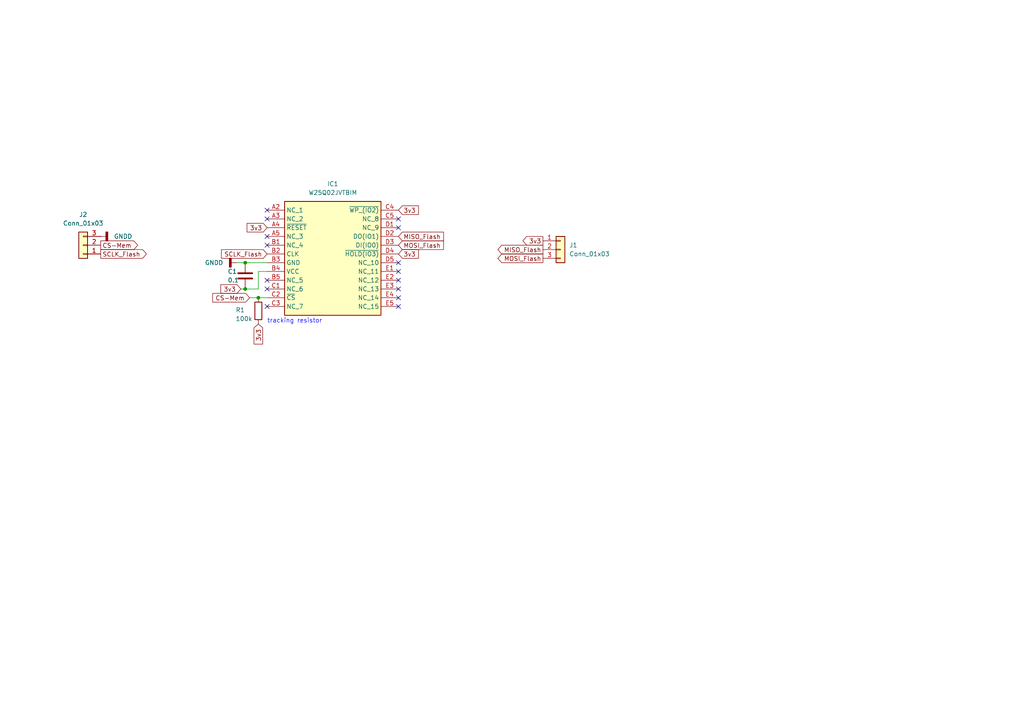
<source format=kicad_sch>
(kicad_sch (version 20250114) (generator "eeschema") (generator_version "9.0")
  (paper "A4")
  (lib_symbols
    (symbol "Connector_Generic:Conn_01x03" (pin_names (offset 1.016) (hide yes))
      (property "Reference" "J" (at 0 5.08 0))
      (property "Value" "Conn_01x03" (at 0 -5.08 0))
      (symbol "Conn_01x03_1_1"
        (rectangle (start -1.27 3.81) (end 1.27 -3.81) (stroke (width 0.254)) (fill (type background)))
        (rectangle (start -1.27 2.667) (end 0 2.413) (stroke (width 0.1524)))
        (rectangle (start -1.27 0.127) (end 0 -0.127) (stroke (width 0.1524)))
        (rectangle (start -1.27 -2.413) (end 0 -2.667) (stroke (width 0.1524)))
        (pin passive line (at -5.08 2.54 0) (length 3.81) (name "Pin_1") (number "1"))
        (pin passive line (at -5.08 0 0) (length 3.81) (name "Pin_2") (number "2"))
        (pin passive line (at -5.08 -2.54 0) (length 3.81) (name "Pin_3") (number "3"))
      )
    )
    (symbol "Device:C" (pin_numbers (hide yes)) (pin_names (offset 0.254))
      (property "Reference" "C" (at 0.635 2.54 0))
      (property "Value" "C" (at 0.635 -2.54 0))
      (symbol "C_0_1"
        (polyline (pts (xy -2.032 0.762) (xy 2.032 0.762)) (stroke (width 0.508)))
        (polyline (pts (xy -2.032 -0.762) (xy 2.032 -0.762)) (stroke (width 0.508)))
      )
      (symbol "C_1_1"
        (pin passive line (at 0 3.81 270) (length 2.794) (name "~") (number "1"))
        (pin passive line (at 0 -3.81 90) (length 2.794) (name "~") (number "2"))
      )
    )
    (symbol "Device:R" (pin_numbers (hide yes)) (pin_names (offset 0))
      (property "Reference" "R" (at 2.032 0 90))
      (property "Value" "R" (at 0 0 90))
      (symbol "R_0_1"
        (rectangle (start -1.016 -2.54) (end 1.016 2.54) (stroke (width 0.254)))
      )
      (symbol "R_1_1"
        (pin passive line (at 0 3.81 270) (length 1.27) (name "~") (number "1"))
        (pin passive line (at 0 -3.81 90) (length 1.27) (name "~") (number "2"))
      )
    )
    (symbol "W25Q02JVTBIM:W25Q02JVTBIM"
      (property "Reference" "IC" (at 34.29 7.62 0))
      (property "Value" "W25Q02JVTBIM" (at 34.29 5.08 0))
      (symbol "W25Q02JVTBIM_1_1"
        (rectangle (start 5.08 2.54) (end 33.02 -30.48) (stroke (width 0.254)) (fill (type background)))
        (pin passive line (at 0 0 0) (length 5.08) (name "NC_1") (number "A2"))
        (pin passive line (at 0 -2.54 0) (length 5.08) (name "NC_2") (number "A3"))
        (pin passive line (at 0 -5.08 0) (length 5.08) (name "~{RESET}") (number "A4"))
        (pin passive line (at 0 -7.62 0) (length 5.08) (name "NC_3") (number "A5"))
        (pin passive line (at 0 -10.16 0) (length 5.08) (name "NC_4") (number "B1"))
        (pin passive line (at 0 -12.7 0) (length 5.08) (name "CLK") (number "B2"))
        (pin passive line (at 0 -15.24 0) (length 5.08) (name "GND") (number "B3"))
        (pin passive line (at 0 -17.78 0) (length 5.08) (name "VCC") (number "B4"))
        (pin passive line (at 0 -20.32 0) (length 5.08) (name "NC_5") (number "B5"))
        (pin passive line (at 0 -22.86 0) (length 5.08) (name "NC_6") (number "C1"))
        (pin passive line (at 0 -25.4 0) (length 5.08) (name "~{CS}") (number "C2"))
        (pin passive line (at 0 -27.94 0) (length 5.08) (name "NC_7") (number "C3"))
        (pin passive line (at 38.1 0 180) (length 5.08) (name "~{WP_(IO2)}") (number "C4"))
        (pin passive line (at 38.1 -2.54 180) (length 5.08) (name "NC_8") (number "C5"))
        (pin passive line (at 38.1 -5.08 180) (length 5.08) (name "NC_9") (number "D1"))
        (pin passive line (at 38.1 -7.62 180) (length 5.08) (name "DO(IO1)") (number "D2"))
        (pin passive line (at 38.1 -10.16 180) (length 5.08) (name "DI(IO0)") (number "D3"))
        (pin passive line (at 38.1 -12.7 180) (length 5.08) (name "~{HOLD(IO3)}") (number "D4"))
        (pin passive line (at 38.1 -15.24 180) (length 5.08) (name "NC_10") (number "D5"))
        (pin passive line (at 38.1 -17.78 180) (length 5.08) (name "NC_11") (number "E1"))
        (pin passive line (at 38.1 -20.32 180) (length 5.08) (name "NC_12") (number "E2"))
        (pin passive line (at 38.1 -22.86 180) (length 5.08) (name "NC_13") (number "E3"))
        (pin passive line (at 38.1 -25.4 180) (length 5.08) (name "NC_14") (number "E4"))
        (pin passive line (at 38.1 -27.94 180) (length 5.08) (name "NC_15") (number "E5"))
      )
    )
    (symbol "power:GNDD" (power) (pin_numbers (hide yes)) (pin_names (offset 0) (hide yes))
      (property "Value" "GNDD" (at 0 -3.175 0))
      (symbol "GNDD_0_1"
        (rectangle (start -1.27 -1.524) (end 1.27 -2.032) (stroke (width 0.254)) (fill (type outline)))
        (polyline (pts (xy 0 0) (xy 0 -1.524)))
      )
      (symbol "GNDD_1_1"
        (pin power_in line (at 0 0 270) (length 0) (name "~") (number "1"))
      )
    )
  )
  (junction (at 71.12 76.2))
  (junction (at 71.12 83.82))
  (junction (at 74.93 86.36))
  (no_connect (at 77.47 68.58))
  (no_connect (at 115.57 63.5))
  (no_connect (at 115.57 76.2))
  (no_connect (at 77.47 83.82))
  (no_connect (at 77.47 71.12))
  (no_connect (at 77.47 81.28))
  (no_connect (at 77.47 60.96))
  (no_connect (at 115.57 78.74))
  (no_connect (at 77.47 63.5))
  (no_connect (at 115.57 66.04))
  (no_connect (at 77.47 88.9))
  (no_connect (at 115.57 83.82))
  (no_connect (at 115.57 88.9))
  (no_connect (at 115.57 86.36))
  (no_connect (at 115.57 81.28))
  (wire (pts (xy 72.39 86.36) (xy 74.93 86.36)))
  (wire (pts (xy 74.93 78.74) (xy 77.47 78.74)))
  (wire (pts (xy 68.58 76.2) (xy 71.12 76.2)))
  (wire (pts (xy 74.93 86.36) (xy 77.47 86.36)))
  (wire (pts (xy 74.93 83.82) (xy 74.93 78.74)))
  (wire (pts (xy 71.12 76.2) (xy 77.47 76.2)))
  (wire (pts (xy 69.85 83.82) (xy 71.12 83.82)))
  (wire (pts (xy 74.93 83.82) (xy 71.12 83.82)))
  (label "tracking resistor" (at 77.47 93.98 0))
  (global_label "CS-Mem" (shape output) (at 29.21 71.12 0) (property "Intersheetrefs" "${INTERSHEET_REFS}" (effects (hide yes))))
  (global_label "MOSI_Flash" (shape input) (at 115.57 71.12 0) (property "Intersheetrefs" "${INTERSHEET_REFS}" (effects (hide yes))))
  (global_label "3v3" (shape input) (at 115.57 73.66 0) (property "Intersheetrefs" "${INTERSHEET_REFS}" (effects (hide yes))))
  (global_label "SCLK_Flash" (shape output) (at 29.21 73.66 0) (property "Intersheetrefs" "${INTERSHEET_REFS}" (effects (hide yes))))
  (global_label "SCLK_Flash" (shape input) (at 77.47 73.66 180) (property "Intersheetrefs" "${INTERSHEET_REFS}" (effects (hide yes))))
  (global_label "3v3" (shape input) (at 77.47 66.04 180) (property "Intersheetrefs" "${INTERSHEET_REFS}" (effects (hide yes))))
  (global_label "MISO_Flash" (shape output) (at 157.48 72.39 180) (property "Intersheetrefs" "${INTERSHEET_REFS}" (effects (hide yes))))
  (global_label "3v3" (shape input) (at 74.93 93.98 270) (property "Intersheetrefs" "${INTERSHEET_REFS}" (effects (hide yes))))
  (global_label "3v3" (shape output) (at 157.48 69.85 180) (property "Intersheetrefs" "${INTERSHEET_REFS}" (effects (hide yes))))
  (global_label "3v3" (shape input) (at 69.85 83.82 180) (property "Intersheetrefs" "${INTERSHEET_REFS}" (effects (hide yes))))
  (global_label "MISO_Flash" (shape input) (at 115.57 68.58 0) (property "Intersheetrefs" "${INTERSHEET_REFS}" (effects (hide yes))))
  (global_label "3v3" (shape input) (at 115.57 60.96 0) (property "Intersheetrefs" "${INTERSHEET_REFS}" (effects (hide yes))))
  (global_label "MOSI_Flash" (shape output) (at 157.48 74.93 180) (property "Intersheetrefs" "${INTERSHEET_REFS}" (effects (hide yes))))
  (global_label "CS-Mem" (shape input) (at 72.39 86.36 180) (property "Intersheetrefs" "${INTERSHEET_REFS}" (effects (hide yes))))
  (symbol (lib_id "Device:C") (at 71.12 80.01 0) (unit 1)
    (property "Reference" "C1" (at 66.04 78.7399 0) (effects (justify left)))
    (property "Value" "0.1" (at 66.04 81.2799 0) (effects (justify left)))
    (property "Footprint" "Capacitor_SMD:C_0402_1005Metric" (effects (hide yes)))
    (property "Description" "Unpolarized capacitor" (effects (hide yes)))
  )
  (symbol (lib_id "Connector_Generic:Conn_01x03") (at 162.56 72.39 0) (unit 1)
    (property "Reference" "J1" (at 165.1 71.1199 0) (effects (justify left)))
    (property "Value" "Conn_01x03" (at 165.1 73.6599 0) (effects (justify left)))
    (property "Footprint" "Connector_PinHeader_2.54mm:PinHeader_1x03_P2.54mm_Vertical" (effects (hide yes)))
    (property "Description" "Generic connector, single row, 01x03, script generated (kicad-library-utils/schlib/autogen/connector/)" (effects (hide yes)))
  )
  (symbol (lib_id "Connector_Generic:Conn_01x03") (at 24.13 71.12 180) (unit 1)
    (property "Reference" "J2" (at 24.13 62.23 0))
    (property "Value" "Conn_01x03" (at 24.13 64.77 0))
    (property "Footprint" "Connector_PinHeader_2.54mm:PinHeader_1x03_P2.54mm_Vertical" (effects (hide yes)))
    (property "Description" "Generic connector, single row, 01x03, script generated (kicad-library-utils/schlib/autogen/connector/)" (effects (hide yes)))
  )
  (symbol (lib_id "W25Q02JVTBIM:W25Q02JVTBIM") (at 77.47 60.96 0) (unit 1)
    (property "Reference" "IC1" (at 96.52 53.34 0))
    (property "Value" "W25Q02JVTBIM" (at 96.52 55.88 0))
    (property "Footprint" "BGA24C100P5X5_600X800X120" (effects (hide yes)))
    (property "Description" "NOR Flash spiFlash, 2G-bit, 4Kb Uniform Sector" (effects (hide yes)))
    (property "Height" "1.2" (effects (hide yes)))
    (property "Mouser Part Number" "454-W25Q02JVTBIM" (effects (hide yes)))
    (property "Mouser Price/Stock" "https://www.mouser.co.uk/ProductDetail/Winbond/W25Q02JVTBIM?qs=TuK3vfAjtkVTVCDKxnTswg%3D%3D" (effects (hide yes)))
    (property "Manufacturer_Name" "Winbond" (effects (hide yes)))
    (property "Manufacturer_Part_Number" "W25Q02JVTBIM" (effects (hide yes)))
  )
  (symbol (lib_id "power:GNDD") (at 68.58 76.2 270) (unit 1)
    (property "Reference" "#PWR01" (effects (hide yes)))
    (property "Value" "GNDD" (at 64.77 76.1999 90) (effects (justify right)))
    (property "Description" "Power symbol creates a global label with name \"GNDD\" , digital ground" (effects (hide yes)))
  )
  (symbol (lib_id "power:GNDD") (at 29.21 68.58 90) (unit 1)
    (property "Reference" "#PWR02" (effects (hide yes)))
    (property "Value" "GNDD" (at 33.02 68.5799 90) (effects (justify right)))
    (property "Description" "Power symbol creates a global label with name \"GNDD\" , digital ground" (effects (hide yes)))
  )
  (symbol (lib_id "Device:R") (at 74.93 90.17 0) (unit 1)
    (property "Reference" "R1" (at 68.326 89.916 0) (effects (justify left)))
    (property "Value" "100k" (at 68.326 92.456 0) (effects (justify left)))
    (property "Footprint" "Capacitor_SMD:C_0402_1005Metric" (effects (hide yes)))
    (property "Description" "Resistor" (effects (hide yes)))
  )
)
</source>
